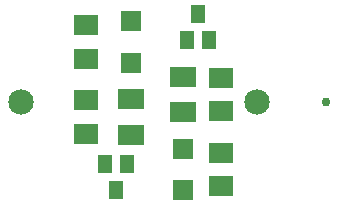
<source format=gbr>
G04 EAGLE Gerber X2 export*
%TF.Part,Single*%
%TF.FileFunction,Soldermask,Top,1*%
%TF.FilePolarity,Negative*%
%TF.GenerationSoftware,Autodesk,EAGLE,9.0.1*%
%TF.CreationDate,2018-06-14T23:25:34Z*%
G75*
%MOMM*%
%FSLAX34Y34*%
%LPD*%
%AMOC8*
5,1,8,0,0,1.08239X$1,22.5*%
G01*
%ADD10C,0.753200*%
%ADD11C,2.153200*%
%ADD12R,2.203200X1.703200*%
%ADD13R,1.703200X1.703200*%
%ADD14R,2.006200X1.803200*%
%ADD15R,1.203200X1.603200*%


D10*
X800100Y571500D03*
D11*
X741900Y571500D03*
X541900Y571500D03*
D12*
X679450Y562850D03*
X679450Y592850D03*
X635000Y543800D03*
X635000Y573800D03*
D13*
X635000Y604800D03*
X635000Y639800D03*
X679450Y531850D03*
X679450Y496850D03*
D14*
X596900Y544580D03*
X596900Y573020D03*
X711200Y592070D03*
X711200Y563630D03*
X596900Y636520D03*
X596900Y608080D03*
X711200Y500130D03*
X711200Y528570D03*
D15*
X622300Y497000D03*
X612800Y519000D03*
X631800Y519000D03*
X692150Y646000D03*
X701650Y624000D03*
X682650Y624000D03*
M02*

</source>
